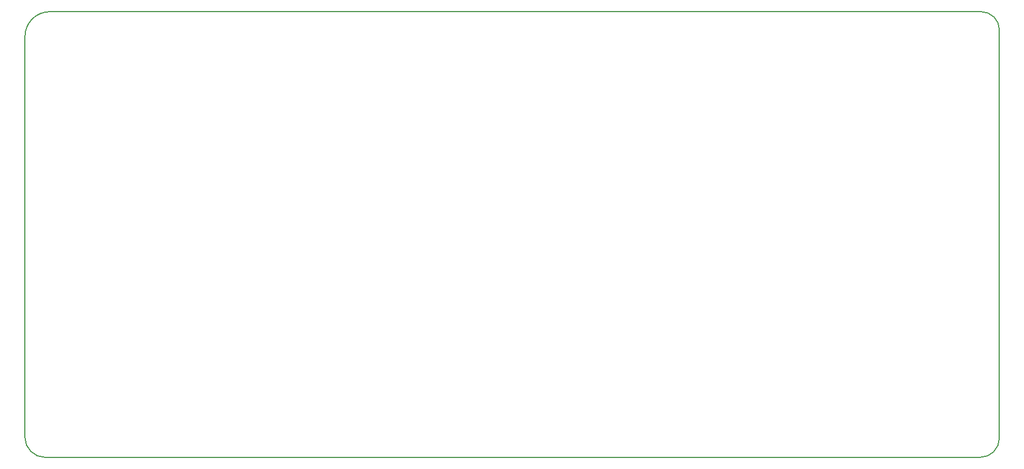
<source format=gko>
G04*
G04 #@! TF.GenerationSoftware,Altium Limited,Altium Designer,20.0.11 (256)*
G04*
G04 Layer_Color=16711935*
%FSLAX25Y25*%
%MOIN*%
G70*
G01*
G75*
%ADD40C,0.00700*%
D40*
X25500Y275500D02*
G03*
X10500Y260500I-0J-15000D01*
G01*
X10500Y18000D02*
G03*
X22500Y6000I12000J-0D01*
G01*
X588000Y6000D02*
G03*
X599500Y17500I1J11500D01*
G01*
X599500Y264500D02*
G03*
X588500Y275500I-11000J0D01*
G01*
X10500Y18000D02*
X10500Y260500D01*
X22500Y6000D02*
X588000Y6000D01*
X599500Y264500D02*
X599500Y17500D01*
X25500Y275500D02*
X588500Y275500D01*
M02*

</source>
